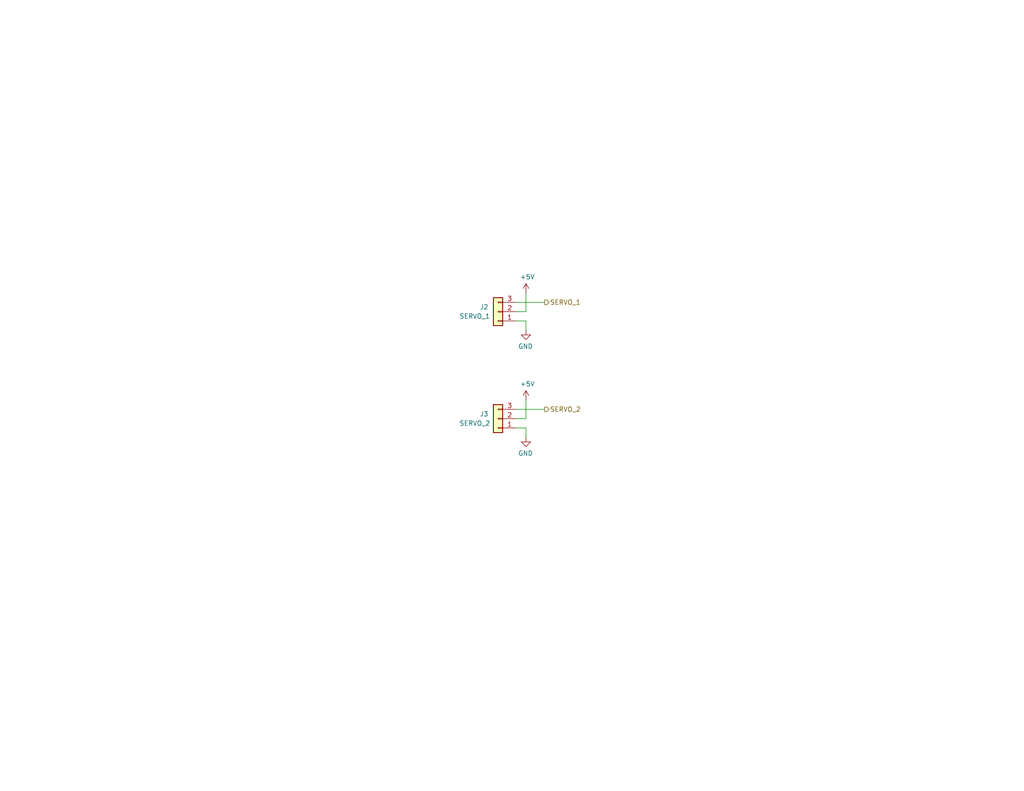
<source format=kicad_sch>
(kicad_sch (version 20211123) (generator eeschema)
  (paper "USLetter")
  (title_block (date "2021-06-15"))
  (lib_symbols
    (symbol "Connector_Generic:Conn_01x03" (pin_names (offset 1.016) hide)
      (property "Reference" "J" (at 0 5.08 0))
      (property "Value" "Conn_01x03" (at 0 -5.08 0))
      (symbol "Conn_01x03_1_1"
        (rectangle (start -1.27 -2.413) (end 0 -2.667) (stroke (width 0.1524)))
        (rectangle (start -1.27 0.127) (end 0 -0.127) (stroke (width 0.1524)))
        (rectangle (start -1.27 2.667) (end 0 2.413) (stroke (width 0.1524)))
        (rectangle (start -1.27 3.81) (end 1.27 -3.81) (stroke (width 0.254)) (fill (type background)))
        (pin passive line (at -5.08 2.54 0) (length 3.81) (name "Pin_1") (number "1"))
        (pin passive line (at -5.08 0 0) (length 3.81) (name "Pin_2") (number "2"))
        (pin passive line (at -5.08 -2.54 0) (length 3.81) (name "Pin_3") (number "3"))
      )
    )
    (symbol "power:+5V" (power) (pin_names (offset 0))
      (property "Value" "+5V" (at 0 3.556 0))
      (symbol "+5V_0_1"
        (polyline (pts (xy -0.762 1.27) (xy 0 2.54)))
        (polyline (pts (xy 0 0) (xy 0 2.54)))
        (polyline (pts (xy 0 2.54) (xy 0.762 1.27)))
      )
      (symbol "+5V_1_1"
        (pin power_in line (at 0 0 90) (length 0) hide (name "+5V") (number "1"))
      )
    )
    (symbol "power:GND" (power) (pin_names (offset 0))
      (property "Value" "GND" (at 0 -3.81 0))
      (symbol "GND_0_1"
        (polyline (pts (xy 0 0) (xy 0 -1.27) (xy 1.27 -1.27) (xy 0 -2.54) (xy -1.27 -1.27) (xy 0 -1.27)))
      )
      (symbol "GND_1_1"
        (pin power_in line (at 0 0 270) (length 0) hide (name "GND") (number "1"))
      )
    )
  )
  (wire (pts (xy 143.51 85.09) (xy 143.51 80.01)))
  (wire (pts (xy 140.97 111.76) (xy 148.59 111.76)))
  (wire (pts (xy 143.51 116.84) (xy 143.51 119.38)))
  (wire (pts (xy 140.97 85.09) (xy 143.51 85.09)))
  (wire (pts (xy 140.97 114.3) (xy 143.51 114.3)))
  (wire (pts (xy 143.51 114.3) (xy 143.51 109.22)))
  (wire (pts (xy 143.51 87.63) (xy 143.51 90.17)))
  (wire (pts (xy 140.97 116.84) (xy 143.51 116.84)))
  (wire (pts (xy 140.97 82.55) (xy 148.59 82.55)))
  (wire (pts (xy 140.97 87.63) (xy 143.51 87.63)))
  (hierarchical_label "SERVO_2" (shape output) (at 148.59 111.76 0))
  (hierarchical_label "SERVO_1" (shape output) (at 148.59 82.55 0))
  (symbol (lib_id "power:GND") (at 143.51 119.38 0) (mirror y)
    (property "Reference" "#PWR08" (effects hide))
    (property "Value" "GND" (at 143.383 123.7742 0))
  )
  (symbol (lib_id "power:GND") (at 143.51 90.17 0) (mirror y)
    (property "Reference" "#PWR06" (effects hide))
    (property "Value" "GND" (at 143.383 94.5642 0))
  )
  (symbol (lib_id "power:+5V") (at 143.51 80.01 0)
    (property "Reference" "#PWR05" (effects hide))
    (property "Value" "+5V" (at 143.891 75.6158 0))
  )
  (symbol (lib_id "power:+5V") (at 143.51 109.22 0)
    (property "Reference" "#PWR07" (effects hide))
    (property "Value" "+5V" (at 143.891 104.8258 0))
  )
  (symbol (lib_id "Connector_Generic:Conn_01x03") (at 135.89 85.09 180)
    (property "Reference" "J2" (at 132.08 83.82 0))
    (property "Value" "SERVO_1" (at 129.54 86.36 0))
    (property "Footprint" "Connector_PinHeader_2.54mm:PinHeader_1x03_P2.54mm_Horizontal" (effects hide))
    (property "PartNumber" "2011-1X03G00SD025B" (effects hide))
  )
  (symbol (lib_id "Connector_Generic:Conn_01x03") (at 135.89 114.3 180)
    (property "Reference" "J3" (at 132.08 113.03 0))
    (property "Value" "SERVO_2" (at 129.54 115.57 0))
    (property "Footprint" "Connector_PinHeader_2.54mm:PinHeader_1x03_P2.54mm_Horizontal" (effects hide))
    (property "PartNumber" "2011-1X03G00SD025B" (effects hide))
  )
)
</source>
